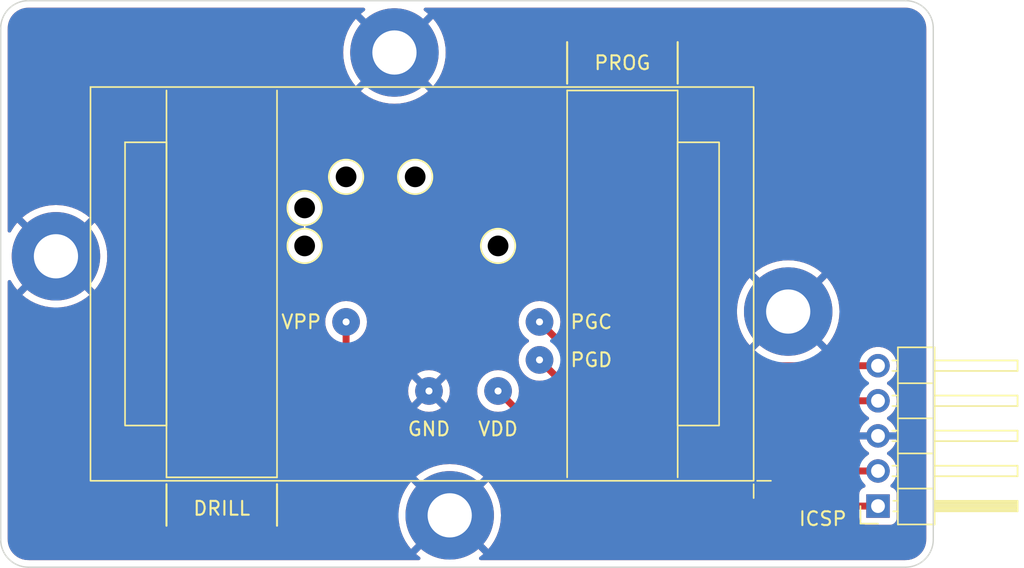
<source format=kicad_pcb>
(kicad_pcb (version 20211014) (generator pcbnew)
  (title_block (title "RC Programmer") (date "2024-09-01") (rev "1"))
  (layers (0 "F.Cu" signal) (31 "B.Cu" signal) (34 "B.Paste" user) (35 "F.Paste" user) (36 "B.SilkS" user "B.Silkscreen") (37 "F.SilkS" user "F.Silkscreen") (38 "B.Mask" user) (39 "F.Mask" user) (44 "Edge.Cuts" user))
  (net 0 "")
  (net 1 "Net-(J1-Pad1)")
  (net 2 "Net-(J1-Pad2)")
  (net 3 "GND")
  (net 4 "Net-(J1-Pad4)")
  (net 5 "Net-(J1-Pad5)")
  (footprint "MountingHole:MountingHole_3.2mm_M3_Pad" (layer "F.Cu") (at 133.5 98)
    (fp_text reference "H2" hide)
    (fp_text value "M3" hide)
    (pad "1" thru_hole circle (at 0 0) (size 6.4 6.4) (drill 3.2) (layers *.Cu *.Mask) (net 3 "GND"))
  )
  (footprint "rcprog:progpins" (layer "F.Cu") (at 160 100)
    (fp_text reference "J1" hide)
    (fp_text value "PROG")
    (fp_text user "VDD" (at 5.5 10.5 unlocked) (layer "F.SilkS"))
    (fp_text user "VPP" (at -8.75 2.75 unlocked) (layer "F.SilkS"))
    (fp_text user "PGD" (at 12.25 5.5 unlocked) (layer "F.SilkS"))
    (fp_text user "GND" (at 0.5 10.5 unlocked) (layer "F.SilkS"))
    (fp_text user "PGC" (at 12.25 2.75 unlocked) (layer "F.SilkS"))
    (fp_line (start 24 14.5) (end 24 15.5) (layer "F.SilkS") (width 0.12))
    (fp_line (start 18.5 14) (end 18.5 -14) (layer "F.SilkS") (width 0.12))
    (fp_line (start 10.5 -14) (end 10.5 14) (layer "F.SilkS") (width 0.12))
    (fp_line (start 18.5 -14) (end 10.5 -14) (layer "F.SilkS") (width 0.12))
    (fp_line (start 24.25 14.25) (end 25.25 14.25) (layer "F.SilkS") (width 0.12))
    (fp_rect (start -21.5 -10.25) (end -18.5 10.25) (layer "F.SilkS") (width 0.12) (fill none))
    (fp_rect (start -24 -14.25) (end 24 14.25) (layer "F.SilkS") (width 0.12) (fill none))
    (fp_rect (start 18.5 -10.25) (end 21.5 10.25) (layer "F.SilkS") (width 0.12) (fill none))
    (pad "1" thru_hole circle (at -5.5 2.75) (size 2 2) (drill 0.508) (layers *.Cu *.Mask) (net 1 "Net-(J1-Pad1)"))
    (pad "2" thru_hole circle (at 5.5 7.75) (size 2 2) (drill 0.508) (layers *.Cu *.Mask) (net 2 "Net-(J1-Pad2)"))
    (pad "3" thru_hole circle (at 0.5 7.75) (size 2 2) (drill 0.508) (layers *.Cu *.Mask) (net 3 "GND"))
    (pad "4" thru_hole circle (at 8.5 5.5) (size 2 2) (drill 0.508) (layers *.Cu *.Mask) (net 4 "Net-(J1-Pad4)"))
    (pad "5" thru_hole circle (at 8.5 2.75) (size 2 2) (drill 0.508) (layers *.Cu *.Mask) (net 5 "Net-(J1-Pad5)"))
  )
  (footprint "MountingHole:MountingHole_3.2mm_M3_Pad" (layer "F.Cu") (at 186.5 102)
    (fp_text reference "H1" hide)
    (fp_text value "M3" hide)
    (pad "1" thru_hole circle (at 0 0) (size 6.4 6.4) (drill 3.2) (layers *.Cu *.Mask) (net 3 "GND"))
  )
  (footprint "MountingHole:MountingHole_3.2mm_M3_Pad" (layer "F.Cu") (at 162 116.75)
    (fp_text reference "H3" hide)
    (fp_text value "M3" hide)
    (pad "1" thru_hole circle (at 0 0) (size 6.4 6.4) (drill 3.2) (layers *.Cu *.Mask) (net 3 "GND"))
  )
  (footprint "Connector_PinHeader_2.54mm:PinHeader_1x05_P2.54mm_Horizontal" (layer "F.Cu") (at 202 116.08 180)
    (fp_text reference "J2" hide)
    (fp_text value "ICSP" hide)
    (fp_line (start 7.89 -0.38) (end 7.56 -0.38) (layer "F.SilkS") (width 0.12))
    (fp_line (start 10.27 0) (end 10.27 -1.27) (layer "F.SilkS") (width 0.12))
    (fp_line (start -1.1 10.54) (end 4.9 10.54) (layer "F.SilkS") (width 0.12))
    (fp_line (start 7.56 8.89) (end 4.9 8.89) (layer "F.SilkS") (width 0.12))
    (fp_line (start 4.9 -0.2) (end -1.1 -0.2) (layer "F.SilkS") (width 0.12))
    (fp_line (start -1.1 4.7) (end -1.1 5.46) (layer "F.SilkS") (width 0.12))
    (fp_line (start -1.1 2.16) (end -1.1 2.92) (layer "F.SilkS") (width 0.12))
    (fp_line (start 7.957071 7.24) (end 7.56 7.24) (layer "F.SilkS") (width 0.12))
    (fp_line (start 4.9 0.28) (end -1.1 0.28) (layer "F.SilkS") (width 0.12))
    (fp_line (start 7.957071 5.46) (end 7.56 5.46) (layer "F.SilkS") (width 0.12))
    (fp_line (start 7.56 6.35) (end 4.9 6.35) (layer "F.SilkS") (width 0.12))
    (fp_line (start 7.957071 2.16) (end 7.56 2.16) (layer "F.SilkS") (width 0.12))
    (fp_line (start 4.9 -1.33) (end 7.56 -1.33) (layer "F.SilkS") (width 0.12))
    (fp_line (start 7.957071 10.54) (end 7.56 10.54) (layer "F.SilkS") (width 0.12))
    (fp_line (start 4.9 0.16) (end -1.1 0.16) (layer "F.SilkS") (width 0.12))
    (fp_line (start 7.56 1.27) (end 4.9 1.27) (layer "F.SilkS") (width 0.12))
    (fp_line (start -1.1 -0.38) (end -1.1 0.38) (layer "F.SilkS") (width 0.12))
    (fp_line (start 7.56 3.81) (end 4.9 3.81) (layer "F.SilkS") (width 0.12))
    (fp_line (start 4.9 11.49) (end 4.9 -1.33) (layer "F.SilkS") (width 0.12))
    (fp_line (start 4.9 2.16) (end -1.1 2.16) (layer "F.SilkS") (width 0.12))
    (fp_line (start 7.957071 2.92) (end 7.56 2.92) (layer "F.SilkS") (width 0.12))
    (fp_line (start 4.9 -0.08) (end -1.1 -0.08) (layer "F.SilkS") (width 0.12))
    (fp_line (start 4.9 -0.32) (end -1.1 -0.32) (layer "F.SilkS") (width 0.12))
    (fp_line (start 7.56 -1.33) (end 7.56 11.49) (layer "F.SilkS") (width 0.12))
    (fp_line (start 10.27 -1.27) (end 9 -1.27) (layer "F.SilkS") (width 0.12))
    (fp_line (start 7.957071 9.78) (end 7.56 9.78) (layer "F.SilkS") (width 0.12))
    (fp_line (start -1.1 2.92) (end 4.9 2.92) (layer "F.SilkS") (width 0.12))
    (fp_line (start -1.1 0.38) (end 4.9 0.38) (layer "F.SilkS") (width 0.12))
    (fp_line (start -1.1 5.46) (end 4.9 5.46) (layer "F.SilkS") (width 0.12))
    (fp_line (start 4.9 4.7) (end -1.1 4.7) (layer "F.SilkS") (width 0.12))
    (fp_line (start 4.9 7.24) (end -1.1 7.24) (layer "F.SilkS") (width 0.12))
    (fp_line (start 4.9 9.78) (end -1.1 9.78) (layer "F.SilkS") (width 0.12))
    (fp_line (start -1.1 8) (end 4.9 8) (layer "F.SilkS") (width 0.12))
    (fp_line (start 7.56 11.49) (end 4.9 11.49) (layer "F.SilkS") (width 0.12))
    (fp_line (start 7.89 0.38) (end 7.56 0.38) (layer "F.SilkS") (width 0.12))
    (fp_line (start 7.957071 4.7) (end 7.56 4.7) (layer "F.SilkS") (width 0.12))
    (fp_line (start -1.1 7.24) (end -1.1 8) (layer "F.SilkS") (width 0.12))
    (fp_line (start 7.957071 8) (end 7.56 8) (layer "F.SilkS") (width 0.12))
    (fp_line (start 4.9 0.04) (end -1.1 0.04) (layer "F.SilkS") (width 0.12))
    (fp_line (start -1.1 9.78) (end -1.1 10.54) (layer "F.SilkS") (width 0.12))
    (fp_line (start 4.9 -0.38) (end -1.1 -0.38) (layer "F.SilkS") (width 0.12))
    (pad "1" thru_hole rect (at 9 0 180) (size 1.7 1.7) (drill 1) (layers *.Cu *.Mask) (net 1 "Net-(J1-Pad1)"))
    (pad "2" thru_hole oval (at 9 2.54 180) (size 1.7 1.7) (drill 1) (layers *.Cu *.Mask) (net 2 "Net-(J1-Pad2)"))
    (pad "3" thru_hole oval (at 9 5.08 180) (size 1.7 1.7) (drill 1) (layers *.Cu *.Mask) (net 3 "GND"))
    (pad "4" thru_hole oval (at 9 7.62 180) (size 1.7 1.7) (drill 1) (layers *.Cu *.Mask) (net 4 "Net-(J1-Pad4)"))
    (pad "5" thru_hole oval (at 9 10.16 180) (size 1.7 1.7) (drill 1) (layers *.Cu *.Mask) (net 5 "Net-(J1-Pad5)"))
  )
  (footprint "MountingHole:MountingHole_3.2mm_M3_Pad" (layer "F.Cu") (at 158 83.25)
    (fp_text reference "H4" hide)
    (fp_text value "M3" hide)
    (pad "1" thru_hole circle (at 0 0) (size 6.4 6.4) (drill 3.2) (layers *.Cu *.Mask) (net 3 "GND"))
  )
  (footprint "rcprog:drillpins" (layer "F.Cu") (at 160 100 180)
    (fp_text reference "J3" hide)
    (fp_text value "DRILL" hide)
    (fp_line (start 18.5 -14) (end 10.5 -14) (layer "F.SilkS") (width 0.12))
    (fp_line (start 10.5 -14) (end 10.5 14) (layer "F.SilkS") (width 0.12))
    (fp_line (start 18.5 14) (end 18.5 -14) (layer "F.SilkS") (width 0.12))
    (fp_circle (center -5.5 2.75) (end -4.25 2.75) (layer "F.SilkS") (width 0.12) (fill none))
    (fp_circle (center 8.5 2.75) (end 9.75 2.75) (layer "F.SilkS") (width 0.12) (fill none))
    (fp_circle (center 0.5 7.75) (end 1.75 7.75) (layer "F.SilkS") (width 0.12) (fill none))
    (fp_circle (center 8.5 5.5) (end 9.75 5.5) (layer "F.SilkS") (width 0.12) (fill none))
    (fp_circle (center 5.5 7.75) (end 6.75 7.75) (layer "F.SilkS") (width 0.12) (fill none))
    (pad "" np_thru_hole circle (at 8.5 2.75 180) (size 1.5 1.5) (drill 1.5) (layers *.Mask))
    (pad "" np_thru_hole circle (at -5.5 2.75 180) (size 1.5 1.5) (drill 1.5) (layers *.Mask))
    (pad "" np_thru_hole circle (at 8.5 5.5 180) (size 1.5 1.5) (drill 1.5) (layers *.Mask))
    (pad "" np_thru_hole circle (at 0.5 7.75 180) (size 1.5 1.5) (drill 1.5) (layers *.Mask))
    (pad "" np_thru_hole circle (at 5.5 7.75 180) (size 1.5 1.5) (drill 1.5) (layers *.Mask))
  )
  (gr_line (start 170.5 85.5) (end 170.5 82.5) (layer "F.SilkS") (width 0.15))
  (gr_line (start 141.5 114.5) (end 141.5 117.5) (layer "F.SilkS") (width 0.15))
  (gr_line (start 178.5 85.5) (end 178.5 82.5) (layer "F.SilkS") (width 0.15))
  (gr_line (start 149.5 114.5) (end 149.5 117.5) (layer "F.SilkS") (width 0.15))
  (gr_line (start 197 81.5) (end 197 118.5) (layer "Edge.Cuts") (width 0.1))
  (gr_line (start 195 120.5) (end 131.5 120.5) (layer "Edge.Cuts") (width 0.1))
  (gr_line (start 131.5 79.5) (end 195 79.5) (layer "Edge.Cuts") (width 0.1))
  (gr_arc (start 131.5 120.5) (mid 130.085786 119.914214) (end 129.5 118.5) (layer "Edge.Cuts") (width 0.1))
  (gr_arc (start 197 118.5) (mid 196.414214 119.914214) (end 195 120.5) (layer "Edge.Cuts") (width 0.1))
  (gr_arc (start 195 79.5) (mid 196.414214 80.085786) (end 197 81.5) (layer "Edge.Cuts") (width 0.1))
  (gr_line (start 129.5 118.5) (end 129.5 81.5) (layer "Edge.Cuts") (width 0.1))
  (gr_arc (start 129.5 81.5) (mid 130.085786 80.085786) (end 131.5 79.5) (layer "Edge.Cuts") (width 0.1))
  (gr_text "PROG" (at 174.5 84) (layer "F.SilkS") (effects (font (size 1 1))))
  (gr_text "DRILL" (at 145.5 116.25) (layer "F.SilkS") (effects (font (size 1 1))))
  (gr_text "ICSP" (at 189 117) (layer "F.SilkS") (effects (font (size 1 1))))
  (segment (start 159 111) (end 163.5 111) (width 0.5) (layer "F.Cu") (net 1))
  (segment (start 154.5 106.5) (end 159 111) (width 0.5) (layer "F.Cu") (net 1))
  (segment (start 163.5 111) (end 168.58 116.08) (width 0.5) (layer "F.Cu") (net 1))
  (segment (start 168.58 116.08) (end 193 116.08) (width 0.5) (layer "F.Cu") (net 1))
  (segment (start 154.5 102.75) (end 154.5 106.5) (width 0.5) (layer "F.Cu") (net 1))
  (segment (start 171.29 113.54) (end 165.5 107.75) (width 0.5) (layer "F.Cu") (net 2))
  (segment (start 193 113.54) (end 171.29 113.54) (width 0.5) (layer "F.Cu") (net 2))
  (segment (start 168.5 105.5) (end 171.46 108.46) (width 0.5) (layer "F.Cu") (net 4))
  (segment (start 171.46 108.46) (end 193 108.46) (width 0.5) (layer "F.Cu") (net 4))
  (segment (start 171.67 105.92) (end 193 105.92) (width 0.5) (layer "F.Cu") (net 5))
  (segment (start 168.5 102.75) (end 171.67 105.92) (width 0.5) (layer "F.Cu") (net 5))
  (zone (net 3) (net_name "GND") (layer "F.Cu") (connect_pads (clearance 0.508)) (min_thickness 0.254) (fill yes (thermal_gap 0.508) (thermal_bridge_width 0.508))
    (polygon (pts (xy 197 120.5) (xy 129.5 120.5) (xy 129.5 79.5) (xy 197 79.5)))
  )
  (zone (net 3) (net_name "GND") (layer "B.Cu") (connect_pads (clearance 0.508)) (min_thickness 0.254) (fill yes (thermal_gap 0.508) (thermal_bridge_width 0.508))
    (polygon (pts (xy 197 120.5) (xy 129.5 120.5) (xy 129.5 79.5) (xy 197 79.5)))
  )
)
</source>
